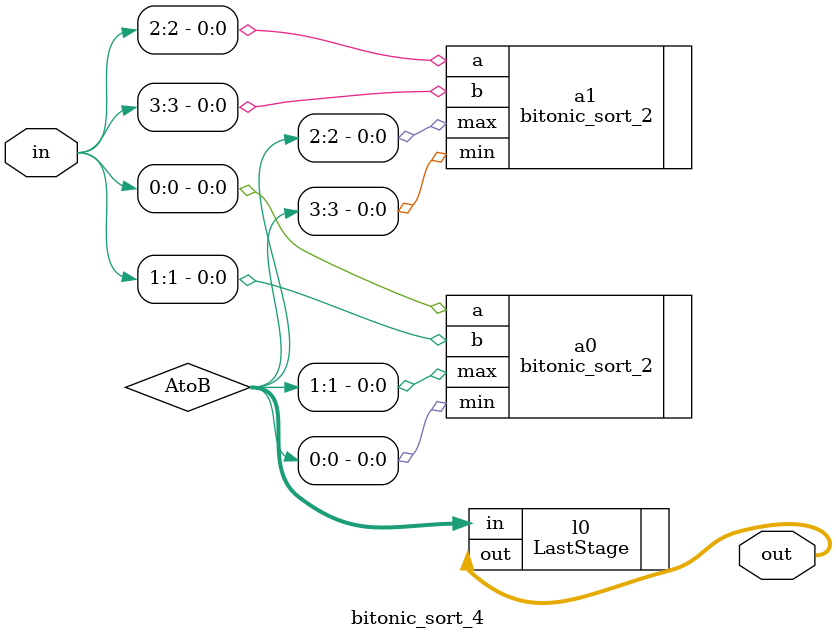
<source format=v>
`timescale 1ns / 1ps

module bitonic_sort_4(in, out);
    input [3:0] in;
    output [3:0] out;

    wire [3:0] AtoB;
    //wire [3:0] BtoC;

    bitonic_sort_2 a0(.a(in[0]), .b(in[1]), .min(AtoB[0]), .max(AtoB[1]));
    bitonic_sort_2 a1(.a(in[2]), .b(in[3]), .min(AtoB[3]), .max(AtoB[2]));

    LastStage #(4) l0(.in(AtoB), .out(out));

    /*
    //
    Bitonic_sort2 b0(.a(AtoB[0]), .b(AtoB[2]), .min(BtoC[0]), .max(BtoC[2]));
    Bitonic_sort2 b1(.a(AtoB[1]), .b(AtoB[3]), .min(BtoC[1]), .max(BtoC[3]));

    Bitonic_sort2 c0(.a(BtoC[0]), .b(BtoC[1]), .min(out[0]), .max(out[1]));
    Bitonic_sort2 c1(.a(BtoC[2]), .b(BtoC[3]), .min(out[2]), .max(out[3]));
    */

endmodule

</source>
